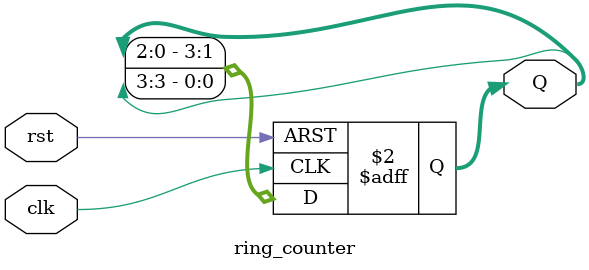
<source format=v>

`timescale 1ns / 1ps
module ring_counter (Q,clk,rst);

 input clk,rst;
 output reg [3:0] Q;

always @(posedge clk or posedge rst) begin
    if (rst)
        Q <= 4'b1000;          
    else
        Q <= {Q[2:0], Q[3]};    // circular shift
end

endmodule

</source>
